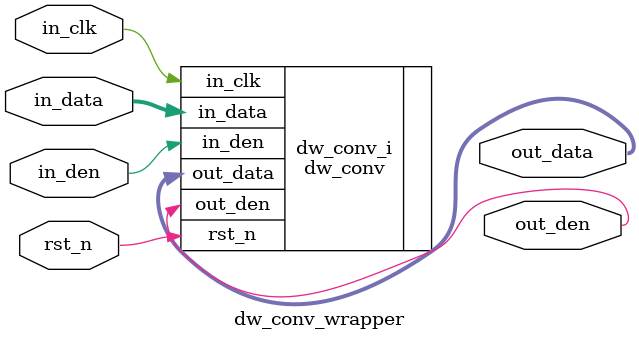
<source format=v>
`timescale 1 ps / 1 ps

module dw_conv_wrapper
   (in_clk,
    in_data,
    in_den,
    out_data,
    out_den,
    rst_n);
  input in_clk;
  input [7:0]in_data;
  input in_den;
  output [15:0]out_data;
  output out_den;
  input rst_n;

  wire in_clk;
  wire [7:0]in_data;
  wire in_den;
  wire [15:0]out_data;
  wire out_den;
  wire rst_n;

dw_conv dw_conv_i
       (.in_clk(in_clk),
        .in_data(in_data),
        .in_den(in_den),
        .out_data(out_data),
        .out_den(out_den),
        .rst_n(rst_n));
endmodule

</source>
